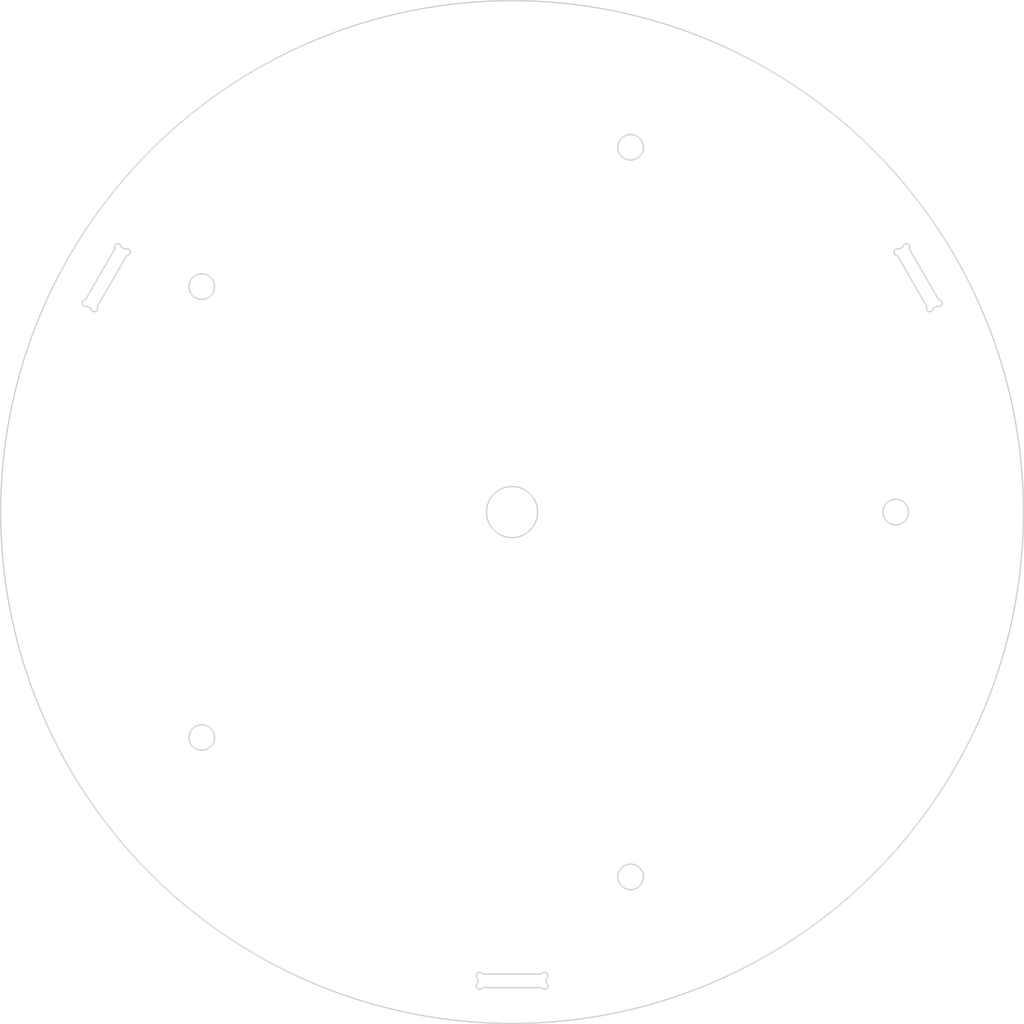
<source format=kicad_pcb>
(kicad_pcb (version 20200811) (host pcbnew "(5.99.0-2687-geae739d98)")

  (general
    (thickness 1.6)
    (drawings 0)
    (tracks 0)
    (modules 0)
    (nets 1)
  )

  (paper "A4")
  (layers
    (0 "F.Cu" signal)
    (31 "B.Cu" signal)
    (32 "B.Adhes" user)
    (33 "F.Adhes" user)
    (34 "B.Paste" user)
    (35 "F.Paste" user)
    (36 "B.SilkS" user)
    (37 "F.SilkS" user)
    (38 "B.Mask" user)
    (39 "F.Mask" user)
    (40 "Dwgs.User" user)
    (41 "Cmts.User" user)
    (42 "Eco1.User" user)
    (43 "Eco2.User" user)
    (44 "Edge.Cuts" user)
    (45 "Margin" user)
    (46 "B.CrtYd" user)
    (47 "F.CrtYd" user)
    (48 "B.Fab" user)
    (49 "F.Fab" user)
  )

  (setup
    (grid_origin 150 100)
    (pcbplotparams
      (layerselection 0x010fc_ffffffff)
      (usegerberextensions false)
      (usegerberattributes true)
      (usegerberadvancedattributes true)
      (creategerberjobfile true)
      (svguseinch false)
      (svgprecision 6)
      (excludeedgelayer true)
      (linewidth 0.100000)
      (plotframeref false)
      (viasonmask false)
      (mode 1)
      (useauxorigin false)
      (hpglpennumber 1)
      (hpglpenspeed 20)
      (hpglpendiameter 15.000000)
      (psnegative false)
      (psa4output false)
      (plotreference true)
      (plotvalue true)
      (plotinvisibletext false)
      (sketchpadsonfab false)
      (subtractmaskfromsilk false)
      (outputformat 1)
      (mirror false)
      (drillshape 1)
      (scaleselection 1)
      (outputdirectory "")
    )
  )

  (net 0 "")


  (gr_circle (center 150.000 100.000) (end 90.000 100.000) (layer Edge.Cuts) (width 0.16))
  (gr_circle (center 113.594 73.550) (end 112.094 73.550) (layer Edge.Cuts) (width 0.16))
  (gr_arc (start 196.251 68.909) (end 196.597 69.109) (angle -210.000) (layer Edge.Cuts) (width 0.16))
  (gr_line (start 195.412 69.163) (end 195.851 68.909) (angle 90) (layer Edge.Cuts) (width 0.16))
  (gr_arc (start 195.212 69.509) (end 195.412 69.163) (angle -210.000) (layer Edge.Cuts) (width 0.16))
  (gr_line (start 195.212 69.909) (end 198.665 75.891) (angle 90) (layer Edge.Cuts) (width 0.16))
  (gr_arc (start 199.012 76.091) (end 198.665 75.891) (angle -210.000) (layer Edge.Cuts) (width 0.16))
  (gr_line (start 199.412 76.091) (end 199.851 75.837) (angle 90) (layer Edge.Cuts) (width 0.16))
  (gr_arc (start 200.051 75.491) (end 199.851 75.837) (angle -210.000) (layer Edge.Cuts) (width 0.16))
  (gr_line (start 196.597 69.109) (end 200.051 75.091) (angle 90) (layer Edge.Cuts) (width 0.16))
  (gr_circle (center 113.594 126.450) (end 112.094 126.450) (layer Edge.Cuts) (width 0.16))
  (gr_circle (center 195.000 100.000) (end 193.500 100.000) (layer Edge.Cuts) (width 0.16))
  (gr_circle (center 150.000 100.000) (end 147.000 100.000) (layer Edge.Cuts) (width 0.16))
  (gr_circle (center 163.906 142.798) (end 162.406 142.798) (layer Edge.Cuts) (width 0.16))
  (gr_circle (center 163.906 57.202) (end 162.406 57.202) (layer Edge.Cuts) (width 0.16))
  (gr_arc (start 153.800 155.600) (end 153.454 155.800) (angle -210.000) (layer Edge.Cuts) (width 0.16))
  (gr_line (start 154.000 154.746) (end 154.000 155.254) (angle 90) (layer Edge.Cuts) (width 0.16))
  (gr_arc (start 153.800 154.400) (end 154.000 154.746) (angle -210.000) (layer Edge.Cuts) (width 0.16))
  (gr_line (start 153.454 154.200) (end 146.546 154.200) (angle 90) (layer Edge.Cuts) (width 0.16))
  (gr_arc (start 146.200 154.400) (end 146.546 154.200) (angle -210.000) (layer Edge.Cuts) (width 0.16))
  (gr_line (start 146.000 154.746) (end 146.000 155.254) (angle 90) (layer Edge.Cuts) (width 0.16))
  (gr_arc (start 146.200 155.600) (end 146.000 155.254) (angle -210.000) (layer Edge.Cuts) (width 0.16))
  (gr_line (start 153.454 155.800) (end 146.546 155.800) (angle 90) (layer Edge.Cuts) (width 0.16))
  (gr_arc (start 99.949 75.491) (end 99.949 75.091) (angle -210.000) (layer Edge.Cuts) (width 0.16))
  (gr_line (start 100.588 76.091) (end 100.149 75.837) (angle 90) (layer Edge.Cuts) (width 0.16))
  (gr_arc (start 100.988 76.091) (end 100.588 76.091) (angle -210.000) (layer Edge.Cuts) (width 0.16))
  (gr_line (start 101.335 75.891) (end 104.788 69.909) (angle 90) (layer Edge.Cuts) (width 0.16))
  (gr_arc (start 104.788 69.509) (end 104.788 69.909) (angle -210.000) (layer Edge.Cuts) (width 0.16))
  (gr_line (start 104.588 69.163) (end 104.149 68.909) (angle 90) (layer Edge.Cuts) (width 0.16))
  (gr_arc (start 103.749 68.909) (end 104.149 68.909) (angle -210.000) (layer Edge.Cuts) (width 0.16))
  (gr_line (start 99.949 75.091) (end 103.403 69.109) (angle 90) (layer Edge.Cuts) (width 0.16))
)
 
</source>
